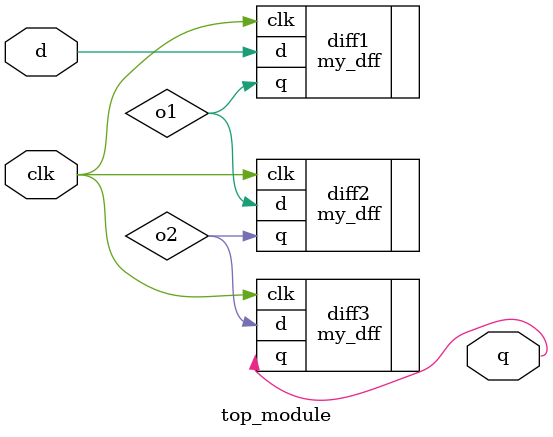
<source format=v>
module top_module ( input clk, input d, output q );
    wire o1, o2;
    my_dff diff1(.clk(clk), .d(d), .q(o1));
    my_dff diff2(.clk(clk), .d(o1), .q(o2));
    my_dff diff3(.clk(clk), .d(o2), .q(q));
endmodule


</source>
